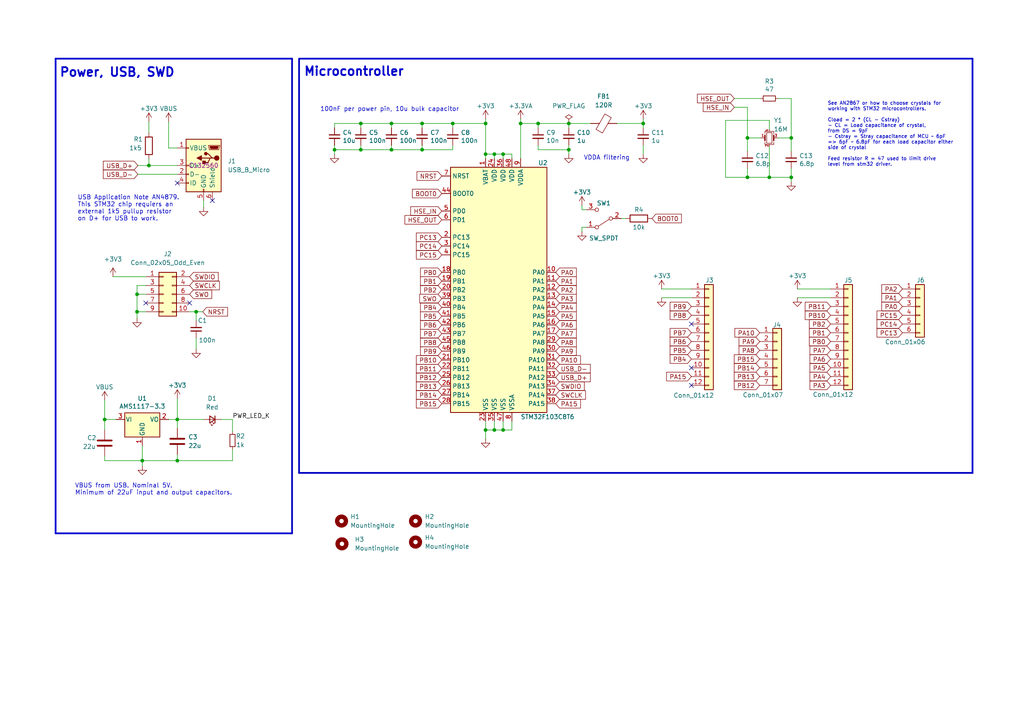
<source format=kicad_sch>
(kicad_sch (version 20211123) (generator eeschema)
  (paper "A4")
  (lib_symbols
    (symbol "Connector:USB_B_Micro" (pin_names (offset 1.016))
      (property "Reference" "J" (at -5.08 11.43 0))
      (property "Value" "USB_B_Micro" (at -5.08 8.89 0))
      (symbol "USB_B_Micro_0_1"
        (rectangle (start -5.08 -7.62) (end 5.08 7.62) (stroke (width 0.254)) (fill (type background)))
        (circle (center -3.81 2.159) (radius 0.635) (stroke (width 0.254)) (fill (type outline)))
        (circle (center -0.635 3.429) (radius 0.381) (stroke (width 0.254)) (fill (type outline)))
        (rectangle (start -0.127 -7.62) (end 0.127 -6.858))
        (polyline (pts (xy -1.905 2.159) (xy 0.635 2.159)) (stroke (width 0.254)))
        (polyline (pts (xy -3.175 2.159) (xy -2.54 2.159) (xy -1.27 3.429) (xy -0.635 3.429)) (stroke (width 0.254)))
        (polyline (pts (xy -2.54 2.159) (xy -1.905 2.159) (xy -1.27 0.889) (xy 0 0.889)) (stroke (width 0.254)))
        (polyline (pts (xy 0.635 2.794) (xy 0.635 1.524) (xy 1.905 2.159) (xy 0.635 2.794)) (stroke (width 0.254)) (fill (type outline)))
        (polyline (pts (xy -4.318 5.588) (xy -1.778 5.588) (xy -2.032 4.826) (xy -4.064 4.826) (xy -4.318 5.588)) (fill (type outline)))
        (polyline (pts (xy -4.699 5.842) (xy -4.699 5.588) (xy -4.445 4.826) (xy -4.445 4.572) (xy -1.651 4.572) (xy -1.651 4.826) (xy -1.397 5.588) (xy -1.397 5.842) (xy -4.699 5.842)))
        (rectangle (start 0.254 1.27) (end -0.508 0.508) (stroke (width 0.254)) (fill (type outline)))
        (rectangle (start 5.08 -5.207) (end 4.318 -4.953))
        (rectangle (start 5.08 -2.667) (end 4.318 -2.413))
        (rectangle (start 5.08 -0.127) (end 4.318 0.127))
        (rectangle (start 5.08 4.953) (end 4.318 5.207))
      )
      (symbol "USB_B_Micro_1_1"
        (pin power_out line (at 7.62 5.08 180) (length 2.54) (name "VBUS") (number "1"))
        (pin bidirectional line (at 7.62 -2.54 180) (length 2.54) (name "D-") (number "2"))
        (pin bidirectional line (at 7.62 0 180) (length 2.54) (name "D+") (number "3"))
        (pin passive line (at 7.62 -5.08 180) (length 2.54) (name "ID") (number "4"))
        (pin power_out line (at 0 -10.16 90) (length 2.54) (name "GND") (number "5"))
        (pin passive line (at -2.54 -10.16 90) (length 2.54) (name "Shield") (number "6"))
      )
    )
    (symbol "Connector_Generic:Conn_01x06" (pin_names (offset 1.016) hide)
      (property "Reference" "J" (at 0 7.62 0))
      (property "Value" "Conn_01x06" (at 0 -10.16 0))
      (symbol "Conn_01x06_1_1"
        (rectangle (start -1.27 -7.493) (end 0 -7.747) (stroke (width 0.1524)))
        (rectangle (start -1.27 -4.953) (end 0 -5.207) (stroke (width 0.1524)))
        (rectangle (start -1.27 -2.413) (end 0 -2.667) (stroke (width 0.1524)))
        (rectangle (start -1.27 0.127) (end 0 -0.127) (stroke (width 0.1524)))
        (rectangle (start -1.27 2.667) (end 0 2.413) (stroke (width 0.1524)))
        (rectangle (start -1.27 5.207) (end 0 4.953) (stroke (width 0.1524)))
        (rectangle (start -1.27 6.35) (end 1.27 -8.89) (stroke (width 0.254)) (fill (type background)))
        (pin passive line (at -5.08 5.08 0) (length 3.81) (name "Pin_1") (number "1"))
        (pin passive line (at -5.08 2.54 0) (length 3.81) (name "Pin_2") (number "2"))
        (pin passive line (at -5.08 0 0) (length 3.81) (name "Pin_3") (number "3"))
        (pin passive line (at -5.08 -2.54 0) (length 3.81) (name "Pin_4") (number "4"))
        (pin passive line (at -5.08 -5.08 0) (length 3.81) (name "Pin_5") (number "5"))
        (pin passive line (at -5.08 -7.62 0) (length 3.81) (name "Pin_6") (number "6"))
      )
    )
    (symbol "Connector_Generic:Conn_01x07" (pin_names (offset 1.016) hide)
      (property "Reference" "J" (at 0 10.16 0))
      (property "Value" "Conn_01x07" (at 0 -10.16 0))
      (symbol "Conn_01x07_1_1"
        (rectangle (start -1.27 -7.493) (end 0 -7.747) (stroke (width 0.1524)))
        (rectangle (start -1.27 -4.953) (end 0 -5.207) (stroke (width 0.1524)))
        (rectangle (start -1.27 -2.413) (end 0 -2.667) (stroke (width 0.1524)))
        (rectangle (start -1.27 0.127) (end 0 -0.127) (stroke (width 0.1524)))
        (rectangle (start -1.27 2.667) (end 0 2.413) (stroke (width 0.1524)))
        (rectangle (start -1.27 5.207) (end 0 4.953) (stroke (width 0.1524)))
        (rectangle (start -1.27 7.747) (end 0 7.493) (stroke (width 0.1524)))
        (rectangle (start -1.27 8.89) (end 1.27 -8.89) (stroke (width 0.254)) (fill (type background)))
        (pin passive line (at -5.08 7.62 0) (length 3.81) (name "Pin_1") (number "1"))
        (pin passive line (at -5.08 5.08 0) (length 3.81) (name "Pin_2") (number "2"))
        (pin passive line (at -5.08 2.54 0) (length 3.81) (name "Pin_3") (number "3"))
        (pin passive line (at -5.08 0 0) (length 3.81) (name "Pin_4") (number "4"))
        (pin passive line (at -5.08 -2.54 0) (length 3.81) (name "Pin_5") (number "5"))
        (pin passive line (at -5.08 -5.08 0) (length 3.81) (name "Pin_6") (number "6"))
        (pin passive line (at -5.08 -7.62 0) (length 3.81) (name "Pin_7") (number "7"))
      )
    )
    (symbol "Connector_Generic:Conn_01x12" (pin_names (offset 1.016) hide)
      (property "Reference" "J" (at 0 15.24 0))
      (property "Value" "Conn_01x12" (at 0 -17.78 0))
      (symbol "Conn_01x12_1_1"
        (rectangle (start -1.27 -15.113) (end 0 -15.367) (stroke (width 0.1524)))
        (rectangle (start -1.27 -12.573) (end 0 -12.827) (stroke (width 0.1524)))
        (rectangle (start -1.27 -10.033) (end 0 -10.287) (stroke (width 0.1524)))
        (rectangle (start -1.27 -7.493) (end 0 -7.747) (stroke (width 0.1524)))
        (rectangle (start -1.27 -4.953) (end 0 -5.207) (stroke (width 0.1524)))
        (rectangle (start -1.27 -2.413) (end 0 -2.667) (stroke (width 0.1524)))
        (rectangle (start -1.27 0.127) (end 0 -0.127) (stroke (width 0.1524)))
        (rectangle (start -1.27 2.667) (end 0 2.413) (stroke (width 0.1524)))
        (rectangle (start -1.27 5.207) (end 0 4.953) (stroke (width 0.1524)))
        (rectangle (start -1.27 7.747) (end 0 7.493) (stroke (width 0.1524)))
        (rectangle (start -1.27 10.287) (end 0 10.033) (stroke (width 0.1524)))
        (rectangle (start -1.27 12.827) (end 0 12.573) (stroke (width 0.1524)))
        (rectangle (start -1.27 13.97) (end 1.27 -16.51) (stroke (width 0.254)) (fill (type background)))
        (pin passive line (at -5.08 12.7 0) (length 3.81) (name "Pin_1") (number "1"))
        (pin passive line (at -5.08 -10.16 0) (length 3.81) (name "Pin_10") (number "10"))
        (pin passive line (at -5.08 -12.7 0) (length 3.81) (name "Pin_11") (number "11"))
        (pin passive line (at -5.08 -15.24 0) (length 3.81) (name "Pin_12") (number "12"))
        (pin passive line (at -5.08 10.16 0) (length 3.81) (name "Pin_2") (number "2"))
        (pin passive line (at -5.08 7.62 0) (length 3.81) (name "Pin_3") (number "3"))
        (pin passive line (at -5.08 5.08 0) (length 3.81) (name "Pin_4") (number "4"))
        (pin passive line (at -5.08 2.54 0) (length 3.81) (name "Pin_5") (number "5"))
        (pin passive line (at -5.08 0 0) (length 3.81) (name "Pin_6") (number "6"))
        (pin passive line (at -5.08 -2.54 0) (length 3.81) (name "Pin_7") (number "7"))
        (pin passive line (at -5.08 -5.08 0) (length 3.81) (name "Pin_8") (number "8"))
        (pin passive line (at -5.08 -7.62 0) (length 3.81) (name "Pin_9") (number "9"))
      )
    )
    (symbol "Connector_Generic:Conn_02x05_Odd_Even" (pin_names (offset 1.016) hide)
      (property "Reference" "J" (at 1.27 7.62 0))
      (property "Value" "Conn_02x05_Odd_Even" (at 1.27 -7.62 0))
      (symbol "Conn_02x05_Odd_Even_1_1"
        (rectangle (start -1.27 -4.953) (end 0 -5.207) (stroke (width 0.1524)))
        (rectangle (start -1.27 -2.413) (end 0 -2.667) (stroke (width 0.1524)))
        (rectangle (start -1.27 0.127) (end 0 -0.127) (stroke (width 0.1524)))
        (rectangle (start -1.27 2.667) (end 0 2.413) (stroke (width 0.1524)))
        (rectangle (start -1.27 5.207) (end 0 4.953) (stroke (width 0.1524)))
        (rectangle (start -1.27 6.35) (end 3.81 -6.35) (stroke (width 0.254)) (fill (type background)))
        (rectangle (start 3.81 -4.953) (end 2.54 -5.207) (stroke (width 0.1524)))
        (rectangle (start 3.81 -2.413) (end 2.54 -2.667) (stroke (width 0.1524)))
        (rectangle (start 3.81 0.127) (end 2.54 -0.127) (stroke (width 0.1524)))
        (rectangle (start 3.81 2.667) (end 2.54 2.413) (stroke (width 0.1524)))
        (rectangle (start 3.81 5.207) (end 2.54 4.953) (stroke (width 0.1524)))
        (pin passive line (at -5.08 5.08 0) (length 3.81) (name "Pin_1") (number "1"))
        (pin passive line (at 7.62 -5.08 180) (length 3.81) (name "Pin_10") (number "10"))
        (pin passive line (at 7.62 5.08 180) (length 3.81) (name "Pin_2") (number "2"))
        (pin passive line (at -5.08 2.54 0) (length 3.81) (name "Pin_3") (number "3"))
        (pin passive line (at 7.62 2.54 180) (length 3.81) (name "Pin_4") (number "4"))
        (pin passive line (at -5.08 0 0) (length 3.81) (name "Pin_5") (number "5"))
        (pin passive line (at 7.62 0 180) (length 3.81) (name "Pin_6") (number "6"))
        (pin passive line (at -5.08 -2.54 0) (length 3.81) (name "Pin_7") (number "7"))
        (pin passive line (at 7.62 -2.54 180) (length 3.81) (name "Pin_8") (number "8"))
        (pin passive line (at -5.08 -5.08 0) (length 3.81) (name "Pin_9") (number "9"))
      )
    )
    (symbol "Device:C" (pin_numbers hide) (pin_names (offset 0.254))
      (property "Reference" "C" (at 0.635 2.54 0))
      (property "Value" "C" (at 0.635 -2.54 0))
      (symbol "C_0_1"
        (polyline (pts (xy -2.032 -0.762) (xy 2.032 -0.762)) (stroke (width 0.508)))
        (polyline (pts (xy -2.032 0.762) (xy 2.032 0.762)) (stroke (width 0.508)))
      )
      (symbol "C_1_1"
        (pin passive line (at 0 3.81 270) (length 2.794) (name "~") (number "1"))
        (pin passive line (at 0 -3.81 90) (length 2.794) (name "~") (number "2"))
      )
    )
    (symbol "Device:C_Small" (pin_numbers hide) (pin_names (offset 0.254) hide)
      (property "Reference" "C" (at 0.254 1.778 0))
      (property "Value" "C_Small" (at 0.254 -2.032 0))
      (symbol "C_Small_0_1"
        (polyline (pts (xy -1.524 -0.508) (xy 1.524 -0.508)) (stroke (width 0.3302)))
        (polyline (pts (xy -1.524 0.508) (xy 1.524 0.508)) (stroke (width 0.3048)))
      )
      (symbol "C_Small_1_1"
        (pin passive line (at 0 2.54 270) (length 2.032) (name "~") (number "1"))
        (pin passive line (at 0 -2.54 90) (length 2.032) (name "~") (number "2"))
      )
    )
    (symbol "Device:Crystal_GND24_Small" (pin_names (offset 1.016) hide)
      (property "Reference" "Y" (at 1.27 4.445 0))
      (property "Value" "Crystal_GND24_Small" (at 1.27 2.54 0))
      (symbol "Crystal_GND24_Small_0_1"
        (rectangle (start -0.762 -1.524) (end 0.762 1.524))
        (polyline (pts (xy -1.27 -0.762) (xy -1.27 0.762)) (stroke (width 0.381)))
        (polyline (pts (xy 1.27 -0.762) (xy 1.27 0.762)) (stroke (width 0.381)))
        (polyline (pts (xy -1.27 -1.27) (xy -1.27 -1.905) (xy 1.27 -1.905) (xy 1.27 -1.27)))
        (polyline (pts (xy -1.27 1.27) (xy -1.27 1.905) (xy 1.27 1.905) (xy 1.27 1.27)))
      )
      (symbol "Crystal_GND24_Small_1_1"
        (pin passive line (at -2.54 0 0) (length 1.27) (name "1") (number "1"))
        (pin passive line (at 0 -2.54 90) (length 0.635) (name "2") (number "2"))
        (pin passive line (at 2.54 0 180) (length 1.27) (name "3") (number "3"))
        (pin passive line (at 0 2.54 270) (length 0.635) (name "4") (number "4"))
      )
    )
    (symbol "Device:FerriteBead" (pin_numbers hide) (pin_names (offset 0))
      (property "Reference" "FB" (at -3.81 0.635 90))
      (property "Value" "FerriteBead" (at 3.81 0 90))
      (symbol "FerriteBead_0_1"
        (polyline (pts (xy 0 -1.27) (xy 0 -1.2192)))
        (polyline (pts (xy 0 1.27) (xy 0 1.2954)))
        (polyline (pts (xy -2.7686 0.4064) (xy -1.7018 2.2606) (xy 2.7686 -0.3048) (xy 1.6764 -2.159) (xy -2.7686 0.4064)))
      )
      (symbol "FerriteBead_1_1"
        (pin passive line (at 0 3.81 270) (length 2.54) (name "~") (number "1"))
        (pin passive line (at 0 -3.81 90) (length 2.54) (name "~") (number "2"))
      )
    )
    (symbol "Device:LED_Small" (pin_numbers hide) (pin_names (offset 0.254) hide)
      (property "Reference" "D" (at -1.27 3.175 0))
      (property "Value" "LED_Small" (at -4.445 -2.54 0))
      (symbol "LED_Small_0_1"
        (polyline (pts (xy -0.762 -1.016) (xy -0.762 1.016)) (stroke (width 0.254)))
        (polyline (pts (xy 1.016 0) (xy -0.762 0)))
        (polyline (pts (xy 0.762 -1.016) (xy -0.762 0) (xy 0.762 1.016) (xy 0.762 -1.016)) (stroke (width 0.254)))
        (polyline (pts (xy 0 0.762) (xy -0.508 1.27) (xy -0.254 1.27) (xy -0.508 1.27) (xy -0.508 1.016)))
        (polyline (pts (xy 0.508 1.27) (xy 0 1.778) (xy 0.254 1.778) (xy 0 1.778) (xy 0 1.524)))
      )
      (symbol "LED_Small_1_1"
        (pin passive line (at -2.54 0 0) (length 1.778) (name "K") (number "1"))
        (pin passive line (at 2.54 0 180) (length 1.778) (name "A") (number "2"))
      )
    )
    (symbol "Device:R" (pin_numbers hide) (pin_names (offset 0))
      (property "Reference" "R" (at 2.032 0 90))
      (property "Value" "R" (at 0 0 90))
      (symbol "R_0_1"
        (rectangle (start -1.016 -2.54) (end 1.016 2.54) (stroke (width 0.254)))
      )
      (symbol "R_1_1"
        (pin passive line (at 0 3.81 270) (length 1.27) (name "~") (number "1"))
        (pin passive line (at 0 -3.81 90) (length 1.27) (name "~") (number "2"))
      )
    )
    (symbol "Device:R_Small" (pin_numbers hide) (pin_names (offset 0.254) hide)
      (property "Reference" "R" (at 0.762 0.508 0))
      (property "Value" "R_Small" (at 0.762 -1.016 0))
      (symbol "R_Small_0_1"
        (rectangle (start -0.762 1.778) (end 0.762 -1.778) (stroke (width 0.2032)))
      )
      (symbol "R_Small_1_1"
        (pin passive line (at 0 2.54 270) (length 0.762) (name "~") (number "1"))
        (pin passive line (at 0 -2.54 90) (length 0.762) (name "~") (number "2"))
      )
    )
    (symbol "MCU_ST_STM32F1:STM32F103C8Tx"
      (property "Reference" "U" (at -15.24 36.83 0))
      (property "Value" "STM32F103C8Tx" (at 7.62 36.83 0))
      (symbol "STM32F103C8Tx_0_1"
        (rectangle (start -15.24 -35.56) (end 12.7 35.56) (stroke (width 0.254)) (fill (type background)))
      )
      (symbol "STM32F103C8Tx_1_1"
        (pin power_in line (at -5.08 38.1 270) (length 2.54) (name "VBAT") (number "1"))
        (pin bidirectional line (at 15.24 5.08 180) (length 2.54) (name "PA0") (number "10"))
        (pin bidirectional line (at 15.24 2.54 180) (length 2.54) (name "PA1") (number "11"))
        (pin bidirectional line (at 15.24 0 180) (length 2.54) (name "PA2") (number "12"))
        (pin bidirectional line (at 15.24 -2.54 180) (length 2.54) (name "PA3") (number "13"))
        (pin bidirectional line (at 15.24 -5.08 180) (length 2.54) (name "PA4") (number "14"))
        (pin bidirectional line (at 15.24 -7.62 180) (length 2.54) (name "PA5") (number "15"))
        (pin bidirectional line (at 15.24 -10.16 180) (length 2.54) (name "PA6") (number "16"))
        (pin bidirectional line (at 15.24 -12.7 180) (length 2.54) (name "PA7") (number "17"))
        (pin bidirectional line (at -17.78 5.08 0) (length 2.54) (name "PB0") (number "18"))
        (pin bidirectional line (at -17.78 2.54 0) (length 2.54) (name "PB1") (number "19"))
        (pin bidirectional line (at -17.78 15.24 0) (length 2.54) (name "PC13") (number "2"))
        (pin bidirectional line (at -17.78 0 0) (length 2.54) (name "PB2") (number "20"))
        (pin bidirectional line (at -17.78 -20.32 0) (length 2.54) (name "PB10") (number "21"))
        (pin bidirectional line (at -17.78 -22.86 0) (length 2.54) (name "PB11") (number "22"))
        (pin power_in line (at -5.08 -38.1 90) (length 2.54) (name "VSS") (number "23"))
        (pin power_in line (at -2.54 38.1 270) (length 2.54) (name "VDD") (number "24"))
        (pin bidirectional line (at -17.78 -25.4 0) (length 2.54) (name "PB12") (number "25"))
        (pin bidirectional line (at -17.78 -27.94 0) (length 2.54) (name "PB13") (number "26"))
        (pin bidirectional line (at -17.78 -30.48 0) (length 2.54) (name "PB14") (number "27"))
        (pin bidirectional line (at -17.78 -33.02 0) (length 2.54) (name "PB15") (number "28"))
        (pin bidirectional line (at 15.24 -15.24 180) (length 2.54) (name "PA8") (number "29"))
        (pin bidirectional line (at -17.78 12.7 0) (length 2.54) (name "PC14") (number "3"))
        (pin bidirectional line (at 15.24 -17.78 180) (length 2.54) (name "PA9") (number "30"))
        (pin bidirectional line (at 15.24 -20.32 180) (length 2.54) (name "PA10") (number "31"))
        (pin bidirectional line (at 15.24 -22.86 180) (length 2.54) (name "PA11") (number "32"))
        (pin bidirectional line (at 15.24 -25.4 180) (length 2.54) (name "PA12") (number "33"))
        (pin bidirectional line (at 15.24 -27.94 180) (length 2.54) (name "PA13") (number "34"))
        (pin power_in line (at -2.54 -38.1 90) (length 2.54) (name "VSS") (number "35"))
        (pin power_in line (at 0 38.1 270) (length 2.54) (name "VDD") (number "36"))
        (pin bidirectional line (at 15.24 -30.48 180) (length 2.54) (name "PA14") (number "37"))
        (pin bidirectional line (at 15.24 -33.02 180) (length 2.54) (name "PA15") (number "38"))
        (pin bidirectional line (at -17.78 -2.54 0) (length 2.54) (name "PB3") (number "39"))
        (pin bidirectional line (at -17.78 10.16 0) (length 2.54) (name "PC15") (number "4"))
        (pin bidirectional line (at -17.78 -5.08 0) (length 2.54) (name "PB4") (number "40"))
        (pin bidirectional line (at -17.78 -7.62 0) (length 2.54) (name "PB5") (number "41"))
        (pin bidirectional line (at -17.78 -10.16 0) (length 2.54) (name "PB6") (number "42"))
        (pin bidirectional line (at -17.78 -12.7 0) (length 2.54) (name "PB7") (number "43"))
        (pin input line (at -17.78 27.94 0) (length 2.54) (name "BOOT0") (number "44"))
        (pin bidirectional line (at -17.78 -15.24 0) (length 2.54) (name "PB8") (number "45"))
        (pin bidirectional line (at -17.78 -17.78 0) (length 2.54) (name "PB9") (number "46"))
        (pin power_in line (at 0 -38.1 90) (length 2.54) (name "VSS") (number "47"))
        (pin power_in line (at 2.54 38.1 270) (length 2.54) (name "VDD") (number "48"))
        (pin input line (at -17.78 22.86 0) (length 2.54) (name "PD0") (number "5"))
        (pin input line (at -17.78 20.32 0) (length 2.54) (name "PD1") (number "6"))
        (pin input line (at -17.78 33.02 0) (length 2.54) (name "NRST") (number "7"))
        (pin power_in line (at 2.54 -38.1 90) (length 2.54) (name "VSSA") (number "8"))
        (pin power_in line (at 5.08 38.1 270) (length 2.54) (name "VDDA") (number "9"))
      )
    )
    (symbol "Mechanical:MountingHole" (pin_names (offset 1.016))
      (property "Reference" "H" (at 0 5.08 0))
      (property "Value" "MountingHole" (at 0 3.175 0))
      (symbol "MountingHole_0_1"
        (circle (center 0 0) (radius 1.27) (stroke (width 1.27)))
      )
    )
    (symbol "Regulator_Linear:AMS1117-3.3" (pin_names (offset 0.254))
      (property "Reference" "U" (at -3.81 3.175 0))
      (property "Value" "AMS1117-3.3" (at 0 3.175 0))
      (symbol "AMS1117-3.3_0_1"
        (rectangle (start -5.08 -5.08) (end 5.08 1.905) (stroke (width 0.254)) (fill (type background)))
      )
      (symbol "AMS1117-3.3_1_1"
        (pin power_in line (at 0 -7.62 90) (length 2.54) (name "GND") (number "1"))
        (pin power_out line (at 7.62 0 180) (length 2.54) (name "VO") (number "2"))
        (pin power_in line (at -7.62 0 0) (length 2.54) (name "VI") (number "3"))
      )
    )
    (symbol "Switch:SW_SPDT" (pin_names (offset 0) hide)
      (property "Reference" "SW" (at 0 4.318 0))
      (property "Value" "SW_SPDT" (at 0 -5.08 0))
      (symbol "SW_SPDT_0_0"
        (circle (center -2.032 0) (radius 0.508))
        (circle (center 2.032 -2.54) (radius 0.508))
      )
      (symbol "SW_SPDT_0_1"
        (polyline (pts (xy -1.524 0.254) (xy 1.651 2.286)))
        (circle (center 2.032 2.54) (radius 0.508))
      )
      (symbol "SW_SPDT_1_1"
        (pin passive line (at 5.08 2.54 180) (length 2.54) (name "A") (number "1"))
        (pin passive line (at -5.08 0 0) (length 2.54) (name "B") (number "2"))
        (pin passive line (at 5.08 -2.54 180) (length 2.54) (name "C") (number "3"))
      )
    )
    (symbol "power:+3.3V" (power) (pin_names (offset 0))
      (property "Value" "+3.3V" (at 0 3.556 0))
      (symbol "+3.3V_0_1"
        (polyline (pts (xy -0.762 1.27) (xy 0 2.54)))
        (polyline (pts (xy 0 0) (xy 0 2.54)))
        (polyline (pts (xy 0 2.54) (xy 0.762 1.27)))
      )
      (symbol "+3.3V_1_1"
        (pin power_in line (at 0 0 90) (length 0) hide (name "+3V3") (number "1"))
      )
    )
    (symbol "power:+3.3VA" (power) (pin_names (offset 0))
      (property "Value" "+3.3VA" (at 0 3.556 0))
      (symbol "+3.3VA_0_1"
        (polyline (pts (xy -0.762 1.27) (xy 0 2.54)))
        (polyline (pts (xy 0 0) (xy 0 2.54)))
        (polyline (pts (xy 0 2.54) (xy 0.762 1.27)))
      )
      (symbol "+3.3VA_1_1"
        (pin power_in line (at 0 0 90) (length 0) hide (name "+3.3VA") (number "1"))
      )
    )
    (symbol "power:GND" (power) (pin_names (offset 0))
      (property "Value" "GND" (at 0 -3.81 0))
      (symbol "GND_0_1"
        (polyline (pts (xy 0 0) (xy 0 -1.27) (xy 1.27 -1.27) (xy 0 -2.54) (xy -1.27 -1.27) (xy 0 -1.27)))
      )
      (symbol "GND_1_1"
        (pin power_in line (at 0 0 270) (length 0) hide (name "GND") (number "1"))
      )
    )
    (symbol "power:PWR_FLAG" (power) (pin_numbers hide) (pin_names (offset 0) hide)
      (property "Value" "PWR_FLAG" (at 0 3.81 0))
      (symbol "PWR_FLAG_0_0"
        (pin power_out line (at 0 0 90) (length 0) (name "pwr") (number "1"))
      )
      (symbol "PWR_FLAG_0_1"
        (polyline (pts (xy 0 0) (xy 0 1.27) (xy -1.016 1.905) (xy 0 2.54) (xy 1.016 1.905) (xy 0 1.27)))
      )
    )
    (symbol "power:VBUS" (power) (pin_names (offset 0))
      (property "Value" "VBUS" (at 0 3.81 0))
      (symbol "VBUS_0_1"
        (polyline (pts (xy -0.762 1.27) (xy 0 2.54)))
        (polyline (pts (xy 0 0) (xy 0 2.54)))
        (polyline (pts (xy 0 2.54) (xy 0.762 1.27)))
      )
      (symbol "VBUS_1_1"
        (pin power_in line (at 0 0 90) (length 0) hide (name "VBUS") (number "1"))
      )
    )
  )
  (junction (at 143.383 44.704))
  (junction (at 97.028 43.434))
  (junction (at 122.428 35.814))
  (junction (at 140.843 124.714))
  (junction (at 43.18 48.006))
  (junction (at 113.538 43.434))
  (junction (at 216.789 40.005))
  (junction (at 41.275 133.604))
  (junction (at 229.489 40.005))
  (junction (at 164.973 43.434))
  (junction (at 104.648 43.434))
  (junction (at 145.923 44.704))
  (junction (at 164.973 35.814))
  (junction (at 216.789 51.435))
  (junction (at 140.843 35.814))
  (junction (at 113.538 35.814))
  (junction (at 143.383 124.714))
  (junction (at 156.083 35.814))
  (junction (at 122.428 43.434))
  (junction (at 223.139 51.435))
  (junction (at 151.003 35.814))
  (junction (at 140.843 44.704))
  (junction (at 131.318 35.814))
  (junction (at 56.896 90.424))
  (junction (at 51.435 121.666))
  (junction (at 39.751 85.344))
  (junction (at 186.563 35.814))
  (junction (at 229.489 51.435))
  (junction (at 104.648 35.814))
  (junction (at 145.923 124.714))
  (junction (at 30.353 121.666))
  (junction (at 51.435 133.604))
  (junction (at 39.751 90.424))
  (no_connect (at 61.595 58.166))
  (no_connect (at 42.291 87.884))
  (no_connect (at 200.533 111.76))
  (no_connect (at 200.533 106.68))
  (no_connect (at 54.991 87.884))
  (no_connect (at 51.435 53.086))
  (no_connect (at 200.533 93.98))
  (wire (pts (xy 30.353 124.714) (xy 30.353 121.666)))
  (wire (pts (xy 216.789 51.435) (xy 216.789 48.895)))
  (wire (pts (xy 180.213 63.373) (xy 181.483 63.373)))
  (wire (pts (xy 231.267 86.36) (xy 240.919 86.36)))
  (wire (pts (xy 39.751 85.344) (xy 39.751 90.424)))
  (wire (pts (xy 51.435 133.604) (xy 67.437 133.604)))
  (wire (pts (xy 140.843 122.174) (xy 140.843 124.714)))
  (wire (pts (xy 140.843 44.704) (xy 143.383 44.704)))
  (wire (pts (xy 30.353 116.078) (xy 30.353 121.666)))
  (wire (pts (xy 223.139 42.545) (xy 223.139 51.435)))
  (wire (pts (xy 210.439 34.925) (xy 210.439 51.435)))
  (wire (pts (xy 212.979 28.575) (xy 220.599 28.575)))
  (wire (pts (xy 104.648 43.434) (xy 113.538 43.434)))
  (wire (pts (xy 229.489 52.705) (xy 229.489 51.435)))
  (wire (pts (xy 41.275 133.604) (xy 30.353 133.604)))
  (wire (pts (xy 143.383 122.174) (xy 143.383 124.714)))
  (wire (pts (xy 225.679 40.005) (xy 229.489 40.005)))
  (wire (pts (xy 122.428 43.434) (xy 131.318 43.434)))
  (wire (pts (xy 97.028 44.704) (xy 97.028 43.434)))
  (wire (pts (xy 56.896 98.044) (xy 56.896 101.219)))
  (polyline (pts (xy 86.995 17.018) (xy 282.067 17.018)) (stroke (width 0.5) (type solid)))
  (wire (pts (xy 145.923 122.174) (xy 145.923 124.714)))
  (wire (pts (xy 143.383 44.704) (xy 145.923 44.704)))
  (wire (pts (xy 41.275 133.604) (xy 41.275 135.128)))
  (wire (pts (xy 156.083 43.434) (xy 164.973 43.434)))
  (wire (pts (xy 43.18 48.006) (xy 51.435 48.006)))
  (wire (pts (xy 168.783 67.183) (xy 168.783 65.913)))
  (wire (pts (xy 40.005 50.546) (xy 51.435 50.546)))
  (wire (pts (xy 48.895 121.666) (xy 51.435 121.666)))
  (wire (pts (xy 131.318 35.814) (xy 131.318 37.084)))
  (polyline (pts (xy 84.709 17.018) (xy 84.709 154.686)) (stroke (width 0.5) (type solid)))
  (wire (pts (xy 59.055 58.166) (xy 59.055 60.071)))
  (wire (pts (xy 39.751 82.804) (xy 39.751 85.344)))
  (wire (pts (xy 41.275 133.604) (xy 51.435 133.604)))
  (wire (pts (xy 229.489 48.895) (xy 229.489 51.435)))
  (wire (pts (xy 131.318 35.814) (xy 140.843 35.814)))
  (wire (pts (xy 97.028 35.814) (xy 97.028 37.084)))
  (wire (pts (xy 223.139 37.465) (xy 223.139 34.925)))
  (wire (pts (xy 131.318 43.434) (xy 131.318 42.164)))
  (wire (pts (xy 140.843 44.704) (xy 140.843 45.974)))
  (wire (pts (xy 51.435 121.666) (xy 51.435 124.206)))
  (wire (pts (xy 51.435 115.57) (xy 51.435 121.666)))
  (wire (pts (xy 164.973 35.814) (xy 164.973 37.084)))
  (wire (pts (xy 210.439 51.435) (xy 216.789 51.435)))
  (wire (pts (xy 122.428 43.434) (xy 122.428 42.164)))
  (wire (pts (xy 67.437 133.604) (xy 67.437 130.302)))
  (wire (pts (xy 51.435 133.604) (xy 51.435 131.826)))
  (wire (pts (xy 122.428 35.814) (xy 131.318 35.814)))
  (polyline (pts (xy 282.067 17.018) (xy 282.067 137.16)) (stroke (width 0.5) (type solid)))
  (wire (pts (xy 212.979 31.115) (xy 216.789 31.115)))
  (wire (pts (xy 168.783 65.913) (xy 170.053 65.913)))
  (wire (pts (xy 39.751 90.424) (xy 42.291 90.424)))
  (wire (pts (xy 164.973 35.814) (xy 171.323 35.814)))
  (wire (pts (xy 223.139 34.925) (xy 210.439 34.925)))
  (wire (pts (xy 216.789 40.005) (xy 220.599 40.005)))
  (wire (pts (xy 104.648 43.434) (xy 104.648 42.164)))
  (wire (pts (xy 39.751 92.329) (xy 39.751 90.424)))
  (wire (pts (xy 97.028 43.434) (xy 104.648 43.434)))
  (wire (pts (xy 229.489 51.435) (xy 223.139 51.435)))
  (wire (pts (xy 143.383 124.714) (xy 140.843 124.714)))
  (wire (pts (xy 43.18 35.306) (xy 43.18 38.481)))
  (wire (pts (xy 58.801 90.424) (xy 56.896 90.424)))
  (wire (pts (xy 178.943 35.814) (xy 186.563 35.814)))
  (wire (pts (xy 64.135 121.666) (xy 67.437 121.666)))
  (wire (pts (xy 140.843 124.714) (xy 140.843 127.254)))
  (wire (pts (xy 191.897 83.82) (xy 200.533 83.82)))
  (wire (pts (xy 164.973 43.434) (xy 164.973 44.704)))
  (wire (pts (xy 113.538 43.434) (xy 113.538 42.164)))
  (wire (pts (xy 51.435 121.666) (xy 59.055 121.666)))
  (wire (pts (xy 145.923 44.704) (xy 145.923 45.974)))
  (wire (pts (xy 56.896 90.424) (xy 54.991 90.424)))
  (polyline (pts (xy 86.741 17.018) (xy 86.741 137.16)) (stroke (width 0.5) (type solid)))
  (wire (pts (xy 225.679 28.575) (xy 229.489 28.575)))
  (wire (pts (xy 143.383 44.704) (xy 143.383 45.974)))
  (wire (pts (xy 156.083 35.814) (xy 156.083 37.084)))
  (wire (pts (xy 223.139 51.435) (xy 216.789 51.435)))
  (wire (pts (xy 148.463 124.714) (xy 145.923 124.714)))
  (wire (pts (xy 30.353 121.666) (xy 33.655 121.666)))
  (wire (pts (xy 151.003 34.544) (xy 151.003 35.814)))
  (wire (pts (xy 191.897 86.36) (xy 200.533 86.36)))
  (polyline (pts (xy 84.709 154.686) (xy 16.129 154.686)) (stroke (width 0.5) (type solid)))
  (wire (pts (xy 30.353 133.604) (xy 30.353 132.334)))
  (wire (pts (xy 42.291 82.804) (xy 39.751 82.804)))
  (wire (pts (xy 186.563 35.814) (xy 186.563 37.084)))
  (wire (pts (xy 40.005 48.006) (xy 43.18 48.006)))
  (wire (pts (xy 67.437 121.666) (xy 67.437 125.222)))
  (wire (pts (xy 186.563 42.164) (xy 186.563 44.704)))
  (wire (pts (xy 148.463 44.704) (xy 148.463 45.974)))
  (wire (pts (xy 140.843 34.544) (xy 140.843 35.814)))
  (wire (pts (xy 231.267 83.82) (xy 240.919 83.82)))
  (wire (pts (xy 97.028 43.434) (xy 97.028 42.164)))
  (wire (pts (xy 113.538 35.814) (xy 122.428 35.814)))
  (wire (pts (xy 32.766 80.264) (xy 42.291 80.264)))
  (wire (pts (xy 42.291 85.344) (xy 39.751 85.344)))
  (polyline (pts (xy 16.129 17.018) (xy 84.709 17.018)) (stroke (width 0.5) (type solid)))
  (wire (pts (xy 151.003 35.814) (xy 156.083 35.814)))
  (wire (pts (xy 216.789 31.115) (xy 216.789 40.005)))
  (wire (pts (xy 113.538 35.814) (xy 113.538 37.084)))
  (wire (pts (xy 56.896 90.424) (xy 56.896 92.964)))
  (polyline (pts (xy 282.067 137.16) (xy 86.741 137.16)) (stroke (width 0.5) (type solid)))
  (wire (pts (xy 48.895 42.926) (xy 51.435 42.926)))
  (wire (pts (xy 140.843 35.814) (xy 140.843 44.704)))
  (wire (pts (xy 156.083 42.164) (xy 156.083 43.434)))
  (wire (pts (xy 145.923 124.714) (xy 143.383 124.714)))
  (polyline (pts (xy 16.129 17.018) (xy 16.129 154.686)) (stroke (width 0.5) (type solid)))
  (wire (pts (xy 216.789 43.815) (xy 216.789 40.005)))
  (wire (pts (xy 151.003 35.814) (xy 151.003 45.974)))
  (wire (pts (xy 113.538 43.434) (xy 122.428 43.434)))
  (wire (pts (xy 229.489 28.575) (xy 229.489 40.005)))
  (wire (pts (xy 122.428 35.814) (xy 122.428 37.084)))
  (wire (pts (xy 156.083 35.814) (xy 164.973 35.814)))
  (wire (pts (xy 104.648 35.814) (xy 113.538 35.814)))
  (wire (pts (xy 145.923 44.704) (xy 148.463 44.704)))
  (wire (pts (xy 170.053 60.833) (xy 168.783 60.833)))
  (wire (pts (xy 186.563 34.544) (xy 186.563 35.814)))
  (wire (pts (xy 43.18 46.101) (xy 43.18 48.006)))
  (wire (pts (xy 48.895 35.306) (xy 48.895 42.926)))
  (wire (pts (xy 148.463 122.174) (xy 148.463 124.714)))
  (wire (pts (xy 97.028 35.814) (xy 104.648 35.814)))
  (wire (pts (xy 41.275 129.286) (xy 41.275 133.604)))
  (wire (pts (xy 104.648 35.814) (xy 104.648 37.084)))
  (wire (pts (xy 229.489 40.005) (xy 229.489 43.815)))
  (wire (pts (xy 168.783 60.833) (xy 168.783 59.563)))
  (wire (pts (xy 164.973 42.164) (xy 164.973 43.434)))
  (text "USB Application Note AN4879.\nThis STM32 chip requiers an\nexternal 1k5 pullup resistor\non D+ for USB to work." (at 22.479 64.262 0) (effects (font (size 1.27 1.27)) (justify left bottom)))
  (text "VDDA filtering" (at 169.291 46.609 0) (effects (font (size 1.27 1.27)) (justify left bottom)))
  (text "Power, USB, SWD" (at 17.145 22.606 0) (effects (font (size 2.54 2.54) (thickness 0.508) bold) (justify left bottom)))
  (text "See AN2867 or how to choose crystals for\nworking with STM32 microcontrollers.\n\nCload = 2 * (CL - Cstray)\n- CL = Load capacitance of crystal,\nfrom DS = 9pF\n- Cstray = Stray capacitance of MCU ~ 6pF\n=> 6pF ~ 6.8pF for each load capacitor either\nside of crystal\n\nFeed resistor R = 47 used to limit drive\nlevel from stm32 driver." (at 240.03 48.387 0) (effects (font (size 1 1)) (justify left bottom)))
  (text "Mobile Robot - Control Board" (at 17.399 281.178 0) (effects (font (size 6.35 6.35) (thickness 1.27) bold) (justify left bottom)))
  (text "100nF per power pin, 10u bulk capacitor" (at 92.837 32.512 0) (effects (font (size 1.27 1.27)) (justify left bottom)))
  (text "Microcontroller" (at 88.011 22.352 0) (effects (font (size 2.54 2.54) (thickness 0.508) bold) (justify left bottom)))
  (text "VBUS from USB. Nominal 5V.\nMinimum of 22uF input and output capacitors." (at 21.717 143.764 0) (effects (font (size 1.27 1.27)) (justify left bottom)))
  (label "PWR_LED_K" (at 67.437 121.666 0))
  (global_label "PA4" (shape input) (at 161.163 89.154 0) (property "Intersheet References" "${INTERSHEET_REFS}" (effects hide)))
  (global_label "USB_D-" (shape input) (at 161.163 106.934 0) (property "Intersheet References" "${INTERSHEET_REFS}" (effects hide)))
  (global_label "PB15" (shape input) (at 128.143 117.094 180) (property "Intersheet References" "${INTERSHEET_REFS}" (effects hide)))
  (global_label "SWDIO" (shape input) (at 54.991 80.264 0) (property "Intersheet References" "${INTERSHEET_REFS}" (effects hide)))
  (global_label "PA7" (shape input) (at 240.919 101.6 180) (property "Intersheet References" "${INTERSHEET_REFS}" (effects hide)))
  (global_label "USB_D+" (shape input) (at 161.163 109.474 0) (property "Intersheet References" "${INTERSHEET_REFS}" (effects hide)))
  (global_label "PC14" (shape input) (at 128.143 71.374 180) (property "Intersheet References" "${INTERSHEET_REFS}" (effects hide)))
  (global_label "PB5" (shape input) (at 200.533 101.6 180) (property "Intersheet References" "${INTERSHEET_REFS}" (effects hide)))
  (global_label "PB9" (shape input) (at 128.143 101.854 180) (property "Intersheet References" "${INTERSHEET_REFS}" (effects hide)))
  (global_label "PA4" (shape input) (at 240.919 109.22 180) (property "Intersheet References" "${INTERSHEET_REFS}" (effects hide)))
  (global_label "SWO" (shape input) (at 54.991 85.344 0) (property "Intersheet References" "${INTERSHEET_REFS}" (effects hide)))
  (global_label "BOOT0" (shape input) (at 189.103 63.373 0) (property "Intersheet References" "${INTERSHEET_REFS}" (effects hide)))
  (global_label "PB4" (shape input) (at 200.533 104.14 180) (property "Intersheet References" "${INTERSHEET_REFS}" (effects hide)))
  (global_label "PA1" (shape input) (at 161.163 81.534 0) (property "Intersheet References" "${INTERSHEET_REFS}" (effects hide)))
  (global_label "PC15" (shape input) (at 128.143 73.914 180) (property "Intersheet References" "${INTERSHEET_REFS}" (effects hide)))
  (global_label "PB8" (shape input) (at 200.533 91.44 180) (property "Intersheet References" "${INTERSHEET_REFS}" (effects hide)))
  (global_label "PA8" (shape input) (at 220.345 101.6 180) (property "Intersheet References" "${INTERSHEET_REFS}" (effects hide)))
  (global_label "PC13" (shape input) (at 128.143 68.834 180) (property "Intersheet References" "${INTERSHEET_REFS}" (effects hide)))
  (global_label "HSE_IN" (shape input) (at 128.143 61.214 180) (property "Intersheet References" "${INTERSHEET_REFS}" (effects hide)))
  (global_label "NRST" (shape input) (at 128.143 51.054 180) (property "Intersheet References" "${INTERSHEET_REFS}" (effects hide)))
  (global_label "PB7" (shape input) (at 128.143 96.774 180) (property "Intersheet References" "${INTERSHEET_REFS}" (effects hide)))
  (global_label "PC15" (shape input) (at 261.747 91.44 180) (property "Intersheet References" "${INTERSHEET_REFS}" (effects hide)))
  (global_label "PA15" (shape input) (at 161.163 117.094 0) (property "Intersheet References" "${INTERSHEET_REFS}" (effects hide)))
  (global_label "PB12" (shape input) (at 128.143 109.474 180) (property "Intersheet References" "${INTERSHEET_REFS}" (effects hide)))
  (global_label "PB6" (shape input) (at 128.143 94.234 180) (property "Intersheet References" "${INTERSHEET_REFS}" (effects hide)))
  (global_label "PB7" (shape input) (at 200.533 96.52 180) (property "Intersheet References" "${INTERSHEET_REFS}" (effects hide)))
  (global_label "PA1" (shape input) (at 261.747 86.36 180) (property "Intersheet References" "${INTERSHEET_REFS}" (effects hide)))
  (global_label "PA0" (shape input) (at 161.163 78.994 0) (property "Intersheet References" "${INTERSHEET_REFS}" (effects hide)))
  (global_label "PA10" (shape input) (at 161.163 104.394 0) (property "Intersheet References" "${INTERSHEET_REFS}" (effects hide)))
  (global_label "PA6" (shape input) (at 161.163 94.234 0) (property "Intersheet References" "${INTERSHEET_REFS}" (effects hide)))
  (global_label "PA3" (shape input) (at 240.919 111.76 180) (property "Intersheet References" "${INTERSHEET_REFS}" (effects hide)))
  (global_label "PA3" (shape input) (at 161.163 86.614 0) (property "Intersheet References" "${INTERSHEET_REFS}" (effects hide)))
  (global_label "PC14" (shape input) (at 261.747 93.98 180) (property "Intersheet References" "${INTERSHEET_REFS}" (effects hide)))
  (global_label "PB1" (shape input) (at 240.919 96.52 180) (property "Intersheet References" "${INTERSHEET_REFS}" (effects hide)))
  (global_label "PA0" (shape input) (at 261.747 88.9 180) (property "Intersheet References" "${INTERSHEET_REFS}" (effects hide)))
  (global_label "PB13" (shape input) (at 128.143 112.014 180) (property "Intersheet References" "${INTERSHEET_REFS}" (effects hide)))
  (global_label "PB13" (shape input) (at 220.345 109.22 180) (property "Intersheet References" "${INTERSHEET_REFS}" (effects hide)))
  (global_label "PB11" (shape input) (at 128.143 106.934 180) (property "Intersheet References" "${INTERSHEET_REFS}" (effects hide)))
  (global_label "SWO" (shape input) (at 128.143 86.614 180) (property "Intersheet References" "${INTERSHEET_REFS}" (effects hide)))
  (global_label "PB15" (shape input) (at 220.345 104.14 180) (property "Intersheet References" "${INTERSHEET_REFS}" (effects hide)))
  (global_label "PB2" (shape input) (at 128.143 84.074 180) (property "Intersheet References" "${INTERSHEET_REFS}" (effects hide)))
  (global_label "PB14" (shape input) (at 128.143 114.554 180) (property "Intersheet References" "${INTERSHEET_REFS}" (effects hide)))
  (global_label "HSE_IN" (shape input) (at 212.979 31.115 180) (property "Intersheet References" "${INTERSHEET_REFS}" (effects hide)))
  (global_label "PB12" (shape input) (at 220.345 111.76 180) (property "Intersheet References" "${INTERSHEET_REFS}" (effects hide)))
  (global_label "SWCLK" (shape input) (at 54.991 82.804 0) (property "Intersheet References" "${INTERSHEET_REFS}" (effects hide)))
  (global_label "PB10" (shape input) (at 240.919 91.44 180) (property "Intersheet References" "${INTERSHEET_REFS}" (effects hide)))
  (global_label "PC13" (shape input) (at 261.747 96.52 180) (property "Intersheet References" "${INTERSHEET_REFS}" (effects hide)))
  (global_label "PA5" (shape input) (at 240.919 106.68 180) (property "Intersheet References" "${INTERSHEET_REFS}" (effects hide)))
  (global_label "PB14" (shape input) (at 220.345 106.68 180) (property "Intersheet References" "${INTERSHEET_REFS}" (effects hide)))
  (global_label "HSE_OUT" (shape input) (at 212.979 28.575 180) (property "Intersheet References" "${INTERSHEET_REFS}" (effects hide)))
  (global_label "PA10" (shape input) (at 220.345 96.52 180) (property "Intersheet References" "${INTERSHEET_REFS}" (effects hide)))
  (global_label "USB_D+" (shape input) (at 40.005 48.006 180) (property "Intersheet References" "${INTERSHEET_REFS}" (effects hide)))
  (global_label "PB6" (shape input) (at 200.533 99.06 180) (property "Intersheet References" "${INTERSHEET_REFS}" (effects hide)))
  (global_label "PB10" (shape input) (at 128.143 104.394 180) (property "Intersheet References" "${INTERSHEET_REFS}" (effects hide)))
  (global_label "PA5" (shape input) (at 161.163 91.694 0) (property "Intersheet References" "${INTERSHEET_REFS}" (effects hide)))
  (global_label "PB11" (shape input) (at 240.919 88.9 180) (property "Intersheet References" "${INTERSHEET_REFS}" (effects hide)))
  (global_label "PB5" (shape input) (at 128.143 91.694 180) (property "Intersheet References" "${INTERSHEET_REFS}" (effects hide)))
  (global_label "PA2" (shape input) (at 261.747 83.82 180) (property "Intersheet References" "${INTERSHEET_REFS}" (effects hide)))
  (global_label "PA15" (shape input) (at 200.533 109.22 180) (property "Intersheet References" "${INTERSHEET_REFS}" (effects hide)))
  (global_label "PA2" (shape input) (at 161.163 84.074 0) (property "Intersheet References" "${INTERSHEET_REFS}" (effects hide)))
  (global_label "PB2" (shape input) (at 240.919 93.98 180) (property "Intersheet References" "${INTERSHEET_REFS}" (effects hide)))
  (global_label "BOOT0" (shape input) (at 128.143 56.134 180) (property "Intersheet References" "${INTERSHEET_REFS}" (effects hide)))
  (global_label "PA9" (shape input) (at 161.163 101.854 0) (property "Intersheet References" "${INTERSHEET_REFS}" (effects hide)))
  (global_label "PB8" (shape input) (at 128.143 99.314 180) (property "Intersheet References" "${INTERSHEET_REFS}" (effects hide)))
  (global_label "NRST" (shape input) (at 58.801 90.424 0) (property "Intersheet References" "${INTERSHEET_REFS}" (effects hide)))
  (global_label "SWDIO" (shape input) (at 161.163 112.014 0) (property "Intersheet References" "${INTERSHEET_REFS}" (effects hide)))
  (global_label "PA8" (shape input) (at 161.163 99.314 0) (property "Intersheet References" "${INTERSHEET_REFS}" (effects hide)))
  (global_label "PB1" (shape input) (at 128.143 81.534 180) (property "Intersheet References" "${INTERSHEET_REFS}" (effects hide)))
  (global_label "PB4" (shape input) (at 128.143 89.154 180) (property "Intersheet References" "${INTERSHEET_REFS}" (effects hide)))
  (global_label "PA9" (shape input) (at 220.345 99.06 180) (property "Intersheet References" "${INTERSHEET_REFS}" (effects hide)))
  (global_label "PB9" (shape input) (at 200.533 88.9 180) (property "Intersheet References" "${INTERSHEET_REFS}" (effects hide)))
  (global_label "PB0" (shape input) (at 240.919 99.06 180) (property "Intersheet References" "${INTERSHEET_REFS}" (effects hide)))
  (global_label "USB_D-" (shape input) (at 40.005 50.546 180) (property "Intersheet References" "${INTERSHEET_REFS}" (effects hide)))
  (global_label "SWCLK" (shape input) (at 161.163 114.554 0) (property "Intersheet References" "${INTERSHEET_REFS}" (effects hide)))
  (global_label "PA7" (shape input) (at 161.163 96.774 0) (property "Intersheet References" "${INTERSHEET_REFS}" (effects hide)))
  (global_label "PB0" (shape input) (at 128.143 78.994 180) (property "Intersheet References" "${INTERSHEET_REFS}" (effects hide)))
  (global_label "HSE_OUT" (shape input) (at 128.143 63.754 180) (property "Intersheet References" "${INTERSHEET_REFS}" (effects hide)))
  (global_label "PA6" (shape input) (at 240.919 104.14 180) (property "Intersheet References" "${INTERSHEET_REFS}" (effects hide)))
  (symbol (lib_id "power:+3.3V") (at 191.897 83.82 0) (unit 1)
    (property "Reference" "#PWR0109" (effects hide))
    (property "Value" "+3.3V" (at 191.897 80.01 0))
  )
  (symbol (lib_id "power:GND") (at 168.783 67.183 0) (unit 1)
    (property "Reference" "#PWR0104" (effects hide))
    (property "Value" "GND" (effects hide))
  )
  (symbol (lib_id "Device:R") (at 43.18 42.291 0) (unit 1)
    (property "Reference" "R1" (at 38.735 40.386 0) (effects (justify left)))
    (property "Value" "1k5" (at 37.465 42.926 0) (effects (justify left)))
    (property "Footprint" "Resistor_SMD:R_0402_1005Metric" (effects hide))
  )
  (symbol (lib_id "power:+3.3V") (at 51.435 115.57 0) (unit 1)
    (property "Reference" "#PWR0126" (effects hide))
    (property "Value" "+3.3V" (at 51.435 111.76 0))
  )
  (symbol (lib_id "Mechanical:MountingHole") (at 120.523 151.13 0) (unit 1)
    (property "Reference" "H2" (at 123.19 149.8599 0) (effects (justify left)))
    (property "Value" "MountingHole" (at 123.19 152.3999 0) (effects (justify left)))
    (property "Footprint" "MountingHole:MountingHole_3.2mm_M3" (effects hide))
  )
  (symbol (lib_id "Device:C_Small") (at 122.428 39.624 0) (unit 1)
    (property "Reference" "C7" (at 124.7648 38.4556 0) (effects (justify left)))
    (property "Value" "100n" (at 124.7648 40.767 0) (effects (justify left)))
    (property "Footprint" "Capacitor_SMD:C_0402_1005Metric" (effects hide))
  )
  (symbol (lib_id "power:GND") (at 164.973 44.704 0) (unit 1)
    (property "Reference" "#PWR0115" (effects hide))
    (property "Value" "GND" (effects hide))
  )
  (symbol (lib_id "power:GND") (at 140.843 127.254 0) (unit 1)
    (property "Reference" "#PWR0114" (effects hide))
    (property "Value" "GND" (effects hide))
  )
  (symbol (lib_id "power:+3.3V") (at 186.563 34.544 0) (unit 1)
    (property "Reference" "#PWR0103" (effects hide))
    (property "Value" "+3.3V" (at 186.563 30.734 0))
  )
  (symbol (lib_id "Connector_Generic:Conn_02x05_Odd_Even") (at 47.371 85.344 0) (unit 1)
    (property "Reference" "J2" (at 48.641 73.66 0))
    (property "Value" "Conn_02x05_Odd_Even" (at 48.641 76.2 0))
    (property "Footprint" "Connector_PinHeader_2.54mm:PinHeader_2x05_P2.54mm_Vertical" (effects hide))
    (property "LCSC" "C492422" (effects hide))
  )
  (symbol (lib_id "Mechanical:MountingHole") (at 99.187 157.734 0) (unit 1)
    (property "Reference" "H3" (at 102.87 156.4639 0) (effects (justify left)))
    (property "Value" "MountingHole" (at 102.87 159.0039 0) (effects (justify left)))
    (property "Footprint" "MountingHole:MountingHole_3.2mm_M3" (effects hide))
  )
  (symbol (lib_id "Switch:SW_SPDT") (at 175.133 63.373 180) (unit 1)
    (property "Reference" "SW1" (at 175.133 58.928 0))
    (property "Value" "SW_SPDT" (at 175.133 69.088 0))
    (property "Footprint" "Button_Switch_SMD:SW_SPDT_PCM12" (effects hide))
  )
  (symbol (lib_id "power:PWR_FLAG") (at 164.973 35.814 0) (unit 1)
    (property "Reference" "#FLG0101" (effects hide))
    (property "Value" "PWR_FLAG" (at 164.973 30.734 0))
  )
  (symbol (lib_id "Device:C_Small") (at 104.648 39.624 0) (unit 1)
    (property "Reference" "C5" (at 106.9848 38.4556 0) (effects (justify left)))
    (property "Value" "100n" (at 106.9848 40.767 0) (effects (justify left)))
    (property "Footprint" "Capacitor_SMD:C_0402_1005Metric" (effects hide))
  )
  (symbol (lib_id "Device:C_Small") (at 216.789 46.355 0) (unit 1)
    (property "Reference" "C12" (at 219.1258 45.1866 0) (effects (justify left)))
    (property "Value" "6.8p" (at 219.1258 47.498 0) (effects (justify left)))
    (property "Footprint" "Capacitor_SMD:C_0402_1005Metric" (effects hide))
  )
  (symbol (lib_id "Connector_Generic:Conn_01x12") (at 205.613 96.52 0) (unit 1)
    (property "Reference" "J3" (at 204.597 81.28 0) (effects (justify left)))
    (property "Value" "Conn_01x12" (at 195.326 114.681 0) (effects (justify left)))
    (property "Footprint" "Connector_PinSocket_2.54mm:PinSocket_1x12_P2.54mm_Vertical" (effects hide))
  )
  (symbol (lib_id "power:GND") (at 229.489 52.705 0) (unit 1)
    (property "Reference" "#PWR0105" (effects hide))
    (property "Value" "GND" (effects hide))
  )
  (symbol (lib_id "Device:LED_Small") (at 61.595 121.666 180) (unit 1)
    (property "Reference" "D1" (at 61.5315 115.57 0))
    (property "Value" "Red" (at 61.5315 118.11 0))
    (property "Footprint" "Diode_SMD:D_0603_1608Metric" (effects hide))
  )
  (symbol (lib_id "power:+3.3V") (at 231.267 83.82 0) (unit 1)
    (property "Reference" "#PWR0106" (effects hide))
    (property "Value" "+3.3V" (at 231.267 80.01 0))
  )
  (symbol (lib_id "power:GND") (at 41.275 135.128 0) (unit 1)
    (property "Reference" "#PWR0127" (effects hide))
    (property "Value" "GND" (effects hide))
  )
  (symbol (lib_id "power:GND") (at 191.897 86.36 0) (unit 1)
    (property "Reference" "#PWR0107" (effects hide))
    (property "Value" "GND" (effects hide))
  )
  (symbol (lib_id "Device:C_Small") (at 113.538 39.624 0) (unit 1)
    (property "Reference" "C6" (at 115.8748 38.4556 0) (effects (justify left)))
    (property "Value" "100n" (at 115.8748 40.767 0) (effects (justify left)))
    (property "Footprint" "Capacitor_SMD:C_0402_1005Metric" (effects hide))
  )
  (symbol (lib_id "Mechanical:MountingHole") (at 99.06 151.13 0) (unit 1)
    (property "Reference" "H1" (at 101.6 149.8599 0) (effects (justify left)))
    (property "Value" "MountingHole" (at 101.6 152.3999 0) (effects (justify left)))
    (property "Footprint" "MountingHole:MountingHole_3.2mm_M3" (effects hide))
  )
  (symbol (lib_id "power:VBUS") (at 48.895 35.306 0) (unit 1)
    (property "Reference" "#PWR0121" (effects hide))
    (property "Value" "VBUS" (at 48.895 31.496 0))
  )
  (symbol (lib_id "Device:C_Small") (at 164.973 39.624 0) (unit 1)
    (property "Reference" "C10" (at 167.3098 38.4556 0) (effects (justify left)))
    (property "Value" "1u" (at 167.3098 40.767 0) (effects (justify left)))
    (property "Footprint" "Capacitor_SMD:C_0402_1005Metric" (effects hide))
  )
  (symbol (lib_id "Device:R_Small") (at 223.139 28.575 270) (unit 1)
    (property "Reference" "R3" (at 223.139 23.5966 90))
    (property "Value" "47" (at 223.139 25.908 90))
    (property "Footprint" "Resistor_SMD:R_0402_1005Metric" (effects hide))
  )
  (symbol (lib_id "power:GND") (at 231.267 86.36 0) (unit 1)
    (property "Reference" "#PWR0108" (effects hide))
    (property "Value" "GND" (effects hide))
  )
  (symbol (lib_id "Device:C_Small") (at 156.083 39.624 0) (unit 1)
    (property "Reference" "C9" (at 158.4198 38.4556 0) (effects (justify left)))
    (property "Value" "10n" (at 158.4198 40.767 0) (effects (justify left)))
    (property "Footprint" "Capacitor_SMD:C_0402_1005Metric" (effects hide))
  )
  (symbol (lib_id "Regulator_Linear:AMS1117-3.3") (at 41.275 121.666 0) (unit 1)
    (property "Reference" "U1" (at 41.275 115.57 0))
    (property "Value" "AMS1117-3.3" (at 41.275 117.856 0))
    (property "Footprint" "Package_TO_SOT_SMD:SOT-223-3_TabPin2" (effects hide))
    (property "Datasheet" "http://www.advanced-monolithic.com/pdf/ds1117.pdf" (effects hide))
    (property "LCSC" "C6186" (effects hide))
  )
  (symbol (lib_id "Device:C_Small") (at 56.896 95.504 180) (unit 1)
    (property "Reference" "C1" (at 60.071 92.964 0) (effects (justify left)))
    (property "Value" "100n" (at 62.611 98.679 0) (effects (justify left)))
    (property "Footprint" "Capacitor_SMD:C_0402_1005Metric" (effects hide))
  )
  (symbol (lib_id "power:+3.3V") (at 43.18 35.306 0) (unit 1)
    (property "Reference" "#PWR0119" (effects hide))
    (property "Value" "+3.3V" (at 43.18 31.496 0))
  )
  (symbol (lib_id "Device:C") (at 51.435 128.016 0) (unit 1)
    (property "Reference" "C3" (at 54.61 126.7459 0) (effects (justify left)))
    (property "Value" "22u" (at 54.61 129.2859 0) (effects (justify left)))
    (property "Footprint" "Capacitor_SMD:C_0805_2012Metric" (effects hide))
  )
  (symbol (lib_id "power:GND") (at 56.896 101.219 0) (unit 1)
    (property "Reference" "#PWR0124" (effects hide))
    (property "Value" "GND" (effects hide))
  )
  (symbol (lib_id "Connector:USB_B_Micro") (at 59.055 48.006 0) (mirror y) (unit 1)
    (property "Reference" "J1" (at 66.04 46.7359 0) (effects (justify right)))
    (property "Value" "USB_B_Micro" (at 66.04 49.2759 0) (effects (justify right)))
    (property "Footprint" "Connector_USB:USB_Micro-B_Molex_47346-0001" (effects hide))
    (property "LCSC" "C132560" (at 59.055 48.006 0))
  )
  (symbol (lib_id "Mechanical:MountingHole") (at 120.523 157.226 0) (unit 1)
    (property "Reference" "H4" (at 123.19 155.9559 0) (effects (justify left)))
    (property "Value" "MountingHole" (at 123.19 158.4959 0) (effects (justify left)))
    (property "Footprint" "MountingHole:MountingHole_3.2mm_M3" (effects hide))
  )
  (symbol (lib_id "power:+3.3VA") (at 151.003 34.544 0) (unit 1)
    (property "Reference" "#PWR0101" (effects hide))
    (property "Value" "+3.3VA" (at 151.003 30.734 0))
  )
  (symbol (lib_id "power:GND") (at 186.563 44.704 0) (unit 1)
    (property "Reference" "#PWR0102" (effects hide))
    (property "Value" "GND" (effects hide))
  )
  (symbol (lib_id "Device:C_Small") (at 229.489 46.355 0) (unit 1)
    (property "Reference" "C13" (at 231.8258 45.1866 0) (effects (justify left)))
    (property "Value" "6.8p" (at 231.8258 47.498 0) (effects (justify left)))
    (property "Footprint" "Capacitor_SMD:C_0402_1005Metric" (effects hide))
  )
  (symbol (lib_id "Connector_Generic:Conn_01x06") (at 266.827 88.9 0) (unit 1)
    (property "Reference" "J6" (at 265.811 81.28 0) (effects (justify left)))
    (property "Value" "Conn_01x06" (at 256.667 99.187 0) (effects (justify left)))
    (property "Footprint" "Connector_PinSocket_2.54mm:PinSocket_1x06_P2.54mm_Vertical" (effects hide))
  )
  (symbol (lib_id "power:GND") (at 39.751 92.329 0) (unit 1)
    (property "Reference" "#PWR0123" (effects hide))
    (property "Value" "GND" (effects hide))
  )
  (symbol (lib_id "Device:C_Small") (at 131.318 39.624 0) (unit 1)
    (property "Reference" "C8" (at 133.6548 38.4556 0) (effects (justify left)))
    (property "Value" "100n" (at 133.6548 40.767 0) (effects (justify left)))
    (property "Footprint" "Capacitor_SMD:C_0402_1005Metric" (effects hide))
  )
  (symbol (lib_id "power:GND") (at 97.028 44.704 0) (unit 1)
    (property "Reference" "#PWR0118" (effects hide))
    (property "Value" "GND" (effects hide))
  )
  (symbol (lib_id "Device:C") (at 30.353 128.524 0) (mirror y) (unit 1)
    (property "Reference" "C2" (at 25.273 127 0) (effects (justify right)))
    (property "Value" "22u" (at 24.003 129.54 0) (effects (justify right)))
    (property "Footprint" "Capacitor_SMD:C_0805_2012Metric" (effects hide))
  )
  (symbol (lib_id "Device:R") (at 185.293 63.373 90) (unit 1)
    (property "Reference" "R4" (at 185.293 60.833 90))
    (property "Value" "10k" (at 185.293 65.913 90))
    (property "Footprint" "Resistor_SMD:R_0402_1005Metric" (effects hide))
  )
  (symbol (lib_id "power:VBUS") (at 30.353 116.078 0) (unit 1)
    (property "Reference" "#PWR0122" (effects hide))
    (property "Value" "VBUS" (at 30.353 112.268 0))
  )
  (symbol (lib_id "Device:Crystal_GND24_Small") (at 223.139 40.005 0) (unit 1)
    (property "Reference" "Y1" (at 224.409 34.925 0) (effects (justify left)))
    (property "Value" "16M" (at 224.409 37.465 0) (effects (justify left)))
    (property "Footprint" "Crystal:Crystal_SMD_3225-4Pin_3.2x2.5mm" (effects hide))
    (property "LCSC" "C13738" (effects hide))
  )
  (symbol (lib_id "Connector_Generic:Conn_01x12") (at 245.999 96.52 0) (unit 1)
    (property "Reference" "J5" (at 244.856 81.28 0) (effects (justify left)))
    (property "Value" "Conn_01x12" (at 235.712 114.427 0) (effects (justify left)))
    (property "Footprint" "Connector_PinSocket_2.54mm:PinSocket_1x12_P2.54mm_Vertical" (effects hide))
  )
  (symbol (lib_id "Device:C_Small") (at 186.563 39.624 0) (unit 1)
    (property "Reference" "C11" (at 188.8998 38.4556 0) (effects (justify left)))
    (property "Value" "1u" (at 188.8998 40.767 0) (effects (justify left)))
    (property "Footprint" "Capacitor_SMD:C_0402_1005Metric" (effects hide))
  )
  (symbol (lib_id "MCU_ST_STM32F1:STM32F103C8Tx") (at 145.923 84.074 0) (unit 1)
    (property "Reference" "U2" (at 156.083 47.244 0) (effects (justify left)))
    (property "Value" "STM32F103C8T6" (at 151.003 120.904 0) (effects (justify left)))
    (property "Footprint" "Package_QFP:LQFP-48_7x7mm_P0.5mm" (effects hide))
    (property "Datasheet" "http://www.st.com/st-web-ui/static/active/en/resource/technical/document/datasheet/CD00161566.pdf" (effects hide))
    (property "LCSC" "C8734" (effects hide))
  )
  (symbol (lib_id "Device:R_Small") (at 67.437 127.762 180) (unit 1)
    (property "Reference" "R2" (at 69.723 126.492 0))
    (property "Value" "1k" (at 69.723 129.032 0))
    (property "Footprint" "Resistor_SMD:R_0402_1005Metric" (effects hide))
  )
  (symbol (lib_id "Device:FerriteBead") (at 175.133 35.814 90) (unit 1)
    (property "Reference" "FB1" (at 175.0822 27.94 90))
    (property "Value" "120R" (at 175.0822 30.48 90))
    (property "Footprint" "Inductor_SMD:L_0603_1608Metric" (effects hide))
  )
  (symbol (lib_id "power:+3.3V") (at 140.843 34.544 0) (unit 1)
    (property "Reference" "#PWR0117" (effects hide))
    (property "Value" "+3.3V" (at 140.843 30.734 0))
  )
  (symbol (lib_id "power:+3.3V") (at 32.766 80.264 0) (unit 1)
    (property "Reference" "#PWR0120" (effects hide))
    (property "Value" "+3.3V" (at 32.766 75.184 0))
  )
  (symbol (lib_id "Connector_Generic:Conn_01x07") (at 225.425 104.14 0) (unit 1)
    (property "Reference" "J4" (at 224.155 94.234 0) (effects (justify left)))
    (property "Value" "Conn_01x07" (at 215.392 114.554 0) (effects (justify left)))
    (property "Footprint" "Connector_PinSocket_2.54mm:PinSocket_1x07_P2.54mm_Vertical" (effects hide))
  )
  (symbol (lib_id "power:+3.3V") (at 168.783 59.563 0) (unit 1)
    (property "Reference" "#PWR0116" (effects hide))
    (property "Value" "+3.3V" (at 168.783 55.753 0))
  )
  (symbol (lib_id "power:GND") (at 59.055 60.071 0) (unit 1)
    (property "Reference" "#PWR0125" (effects hide))
    (property "Value" "GND" (effects hide))
  )
  (symbol (lib_id "Device:C_Small") (at 97.028 39.624 0) (unit 1)
    (property "Reference" "C4" (at 99.3648 38.4556 0) (effects (justify left)))
    (property "Value" "10u" (at 99.3648 40.767 0) (effects (justify left)))
    (property "Footprint" "Capacitor_SMD:C_0603_1608Metric" (effects hide))
  )
)
</source>
